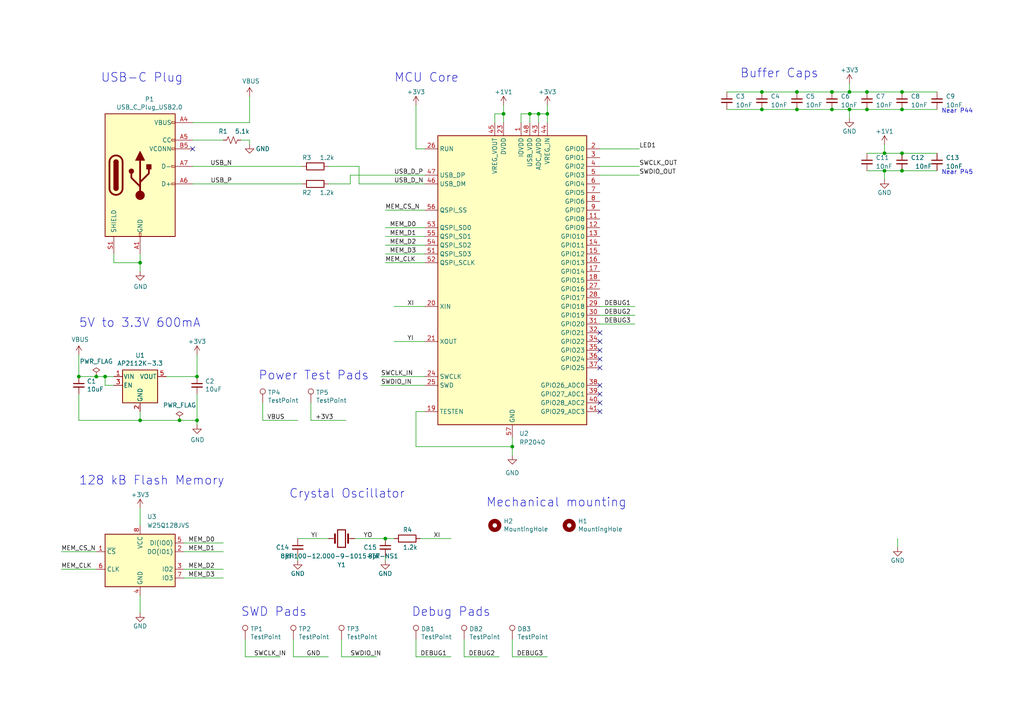
<source format=kicad_sch>
(kicad_sch (version 20230121) (generator eeschema)
  (paper "A4")
  (title_block (title "LoRa Expansion Card") (date "2023-03-20") (rev "V0.0.0") (company "Cony C&C") (comment 1 "This work is licensed under a Creative Commons Attribution 4.0 International License") (comment 4 "Kris Keillor"))
  (lib_symbols
    (symbol "Connector:TestPoint" (pin_numbers hide) (pin_names (offset 0.762) hide)
      (property "Reference" "TP" (at 0 6.858 0))
      (property "Value" "TestPoint" (at 0 5.08 0))
      (symbol "TestPoint_0_1"
        (circle (center 0 3.302) (radius 0.762))
      )
      (symbol "TestPoint_1_1"
        (pin passive line (at 0 0 90) (length 2.54) (name "1") (number "1"))
      )
    )
    (symbol "Connector:USB_C_Plug_USB2.0" (pin_names (offset 1.016))
      (property "Reference" "P" (at -10.16 19.05 0))
      (property "Value" "USB_C_Plug_USB2.0" (at 12.7 19.05 0))
      (symbol "USB_C_Plug_USB2.0_0_0"
        (rectangle (start -0.254 -17.78) (end 0.254 -16.764))
        (rectangle (start 10.16 -2.286) (end 9.144 -2.794))
        (rectangle (start 10.16 2.794) (end 9.144 2.286))
        (rectangle (start 10.16 7.874) (end 9.144 7.366))
        (rectangle (start 10.16 10.414) (end 9.144 9.906))
        (rectangle (start 10.16 15.494) (end 9.144 14.986))
      )
      (symbol "USB_C_Plug_USB2.0_0_1"
        (rectangle (start -10.16 17.78) (end 10.16 -17.78) (stroke (width 0.254)) (fill (type background)))
        (arc (start -8.89 -3.81) (mid -6.985 -5.7067) (end -5.08 -3.81) (stroke (width 0.508)))
        (arc (start -7.62 -3.81) (mid -6.985 -4.4423) (end -6.35 -3.81) (stroke (width 0.254)))
        (arc (start -7.62 -3.81) (mid -6.985 -4.4423) (end -6.35 -3.81) (stroke (width 0.254)) (fill (type outline)))
        (rectangle (start -7.62 -3.81) (end -6.35 3.81) (stroke (width 0.254)) (fill (type outline)))
        (arc (start -6.35 3.81) (mid -6.985 4.4423) (end -7.62 3.81) (stroke (width 0.254)))
        (arc (start -6.35 3.81) (mid -6.985 4.4423) (end -7.62 3.81) (stroke (width 0.254)) (fill (type outline)))
        (arc (start -5.08 3.81) (mid -6.985 5.7067) (end -8.89 3.81) (stroke (width 0.508)))
        (circle (center -2.54 1.143) (radius 0.635) (stroke (width 0.254)) (fill (type outline)))
        (circle (center 0 -5.842) (radius 1.27) (fill (type outline)))
        (polyline (pts (xy -8.89 -3.81) (xy -8.89 3.81)) (stroke (width 0.508)))
        (polyline (pts (xy -5.08 3.81) (xy -5.08 -3.81)) (stroke (width 0.508)))
        (polyline (pts (xy 0 -5.842) (xy 0 4.318)) (stroke (width 0.508)))
        (polyline (pts (xy 0 -3.302) (xy -2.54 -0.762) (xy -2.54 0.508)) (stroke (width 0.508)))
        (polyline (pts (xy 0 -2.032) (xy 2.54 0.508) (xy 2.54 1.778)) (stroke (width 0.508)))
        (polyline (pts (xy -1.27 4.318) (xy 0 6.858) (xy 1.27 4.318) (xy -1.27 4.318)) (stroke (width 0.254)) (fill (type outline)))
        (rectangle (start 1.905 1.778) (end 3.175 3.048) (stroke (width 0.254)) (fill (type outline)))
      )
      (symbol "USB_C_Plug_USB2.0_1_1"
        (pin passive line (at 0 -22.86 90) (length 5.08) (name "GND") (number "A1"))
        (pin passive line (at 0 -22.86 90) (length 5.08) hide (name "GND") (number "A12"))
        (pin passive line (at 15.24 15.24 180) (length 5.08) (name "VBUS") (number "A4"))
        (pin bidirectional line (at 15.24 10.16 180) (length 5.08) (name "CC") (number "A5"))
        (pin bidirectional line (at 15.24 -2.54 180) (length 5.08) (name "D+") (number "A6"))
        (pin bidirectional line (at 15.24 2.54 180) (length 5.08) (name "D-") (number "A7"))
        (pin passive line (at 15.24 15.24 180) (length 5.08) hide (name "VBUS") (number "A9"))
        (pin passive line (at 0 -22.86 90) (length 5.08) hide (name "GND") (number "B1"))
        (pin passive line (at 0 -22.86 90) (length 5.08) hide (name "GND") (number "B12"))
        (pin passive line (at 15.24 15.24 180) (length 5.08) hide (name "VBUS") (number "B4"))
        (pin bidirectional line (at 15.24 7.62 180) (length 5.08) (name "VCONN") (number "B5"))
        (pin passive line (at 15.24 15.24 180) (length 5.08) hide (name "VBUS") (number "B9"))
        (pin passive line (at -7.62 -22.86 90) (length 5.08) (name "SHIELD") (number "S1"))
      )
    )
    (symbol "Device:C_Small" (pin_numbers hide) (pin_names (offset 0.254) hide)
      (property "Reference" "C" (at 0.254 1.778 0))
      (property "Value" "C_Small" (at 0.254 -2.032 0))
      (symbol "C_Small_0_1"
        (polyline (pts (xy -1.524 -0.508) (xy 1.524 -0.508)) (stroke (width 0.3302)))
        (polyline (pts (xy -1.524 0.508) (xy 1.524 0.508)) (stroke (width 0.3048)))
      )
      (symbol "C_Small_1_1"
        (pin passive line (at 0 2.54 270) (length 2.032) (name "~") (number "1"))
        (pin passive line (at 0 -2.54 90) (length 2.032) (name "~") (number "2"))
      )
    )
    (symbol "Device:Crystal" (pin_numbers hide) (pin_names (offset 1.016) hide)
      (property "Reference" "Y1" (at 0 7.62 0))
      (property "Value" "RH100-12.000-9-1015-TR-NS1" (at 0 5.08 0))
      (symbol "Crystal_0_1"
        (rectangle (start -1.143 2.54) (end 1.143 -2.54) (stroke (width 0.3048)))
        (polyline (pts (xy -2.54 0) (xy -1.905 0)))
        (polyline (pts (xy -1.905 -1.27) (xy -1.905 1.27)) (stroke (width 0.508)))
        (polyline (pts (xy 1.905 -1.27) (xy 1.905 1.27)) (stroke (width 0.508)))
        (polyline (pts (xy 2.54 0) (xy 1.905 0)))
      )
      (symbol "Crystal_1_1"
        (pin passive line (at -3.81 0 0) (length 1.27) (name "1") (number "1"))
        (pin passive line (at 3.81 0 180) (length 1.27) (name "3") (number "3"))
      )
    )
    (symbol "Device:R" (pin_numbers hide) (pin_names (offset 0))
      (property "Reference" "R" (at 2.032 0 90))
      (property "Value" "R" (at 0 0 90))
      (symbol "R_0_1"
        (rectangle (start -1.016 -2.54) (end 1.016 2.54) (stroke (width 0.254)))
      )
      (symbol "R_1_1"
        (pin passive line (at 0 3.81 270) (length 1.27) (name "~") (number "1"))
        (pin passive line (at 0 -3.81 90) (length 1.27) (name "~") (number "2"))
      )
    )
    (symbol "Device:R_Small_US" (pin_numbers hide) (pin_names (offset 0.254) hide)
      (property "Reference" "R" (at 0.762 0.508 0))
      (property "Value" "R_Small_US" (at 0.762 -1.016 0))
      (symbol "R_Small_US_1_1"
        (polyline (pts (xy 0 0) (xy 1.016 -0.381) (xy 0 -0.762) (xy -1.016 -1.143) (xy 0 -1.524)))
        (polyline (pts (xy 0 1.524) (xy 1.016 1.143) (xy 0 0.762) (xy -1.016 0.381) (xy 0 0)))
        (pin passive line (at 0 2.54 270) (length 1.016) (name "~") (number "1"))
        (pin passive line (at 0 -2.54 90) (length 1.016) (name "~") (number "2"))
      )
    )
    (symbol "MCU_RaspberryPi:RP2040"
      (property "Reference" "U" (at 17.78 45.72 0))
      (property "Value" "RP2040" (at 17.78 43.18 0))
      (symbol "RP2040_0_1"
        (rectangle (start -21.59 41.91) (end 21.59 -41.91) (stroke (width 0.254)) (fill (type background)))
      )
      (symbol "RP2040_1_1"
        (pin power_in line (at 2.54 45.72 270) (length 3.81) (name "IOVDD") (number "1"))
        (pin passive line (at 2.54 45.72 270) (length 3.81) hide (name "IOVDD") (number "10"))
        (pin bidirectional line (at 25.4 17.78 180) (length 3.81) (name "GPIO8") (number "11"))
        (pin bidirectional line (at 25.4 15.24 180) (length 3.81) (name "GPIO9") (number "12"))
        (pin bidirectional line (at 25.4 12.7 180) (length 3.81) (name "GPIO10") (number "13"))
        (pin bidirectional line (at 25.4 10.16 180) (length 3.81) (name "GPIO11") (number "14"))
        (pin bidirectional line (at 25.4 7.62 180) (length 3.81) (name "GPIO12") (number "15"))
        (pin bidirectional line (at 25.4 5.08 180) (length 3.81) (name "GPIO13") (number "16"))
        (pin bidirectional line (at 25.4 2.54 180) (length 3.81) (name "GPIO14") (number "17"))
        (pin bidirectional line (at 25.4 0 180) (length 3.81) (name "GPIO15") (number "18"))
        (pin input line (at -25.4 -38.1 0) (length 3.81) (name "TESTEN") (number "19"))
        (pin bidirectional line (at 25.4 38.1 180) (length 3.81) (name "GPIO0") (number "2"))
        (pin input line (at -25.4 -7.62 0) (length 3.81) (name "XIN") (number "20"))
        (pin passive line (at -25.4 -17.78 0) (length 3.81) (name "XOUT") (number "21"))
        (pin passive line (at 2.54 45.72 270) (length 3.81) hide (name "IOVDD") (number "22"))
        (pin power_in line (at -2.54 45.72 270) (length 3.81) (name "DVDD") (number "23"))
        (pin output line (at -25.4 -27.94 0) (length 3.81) (name "SWCLK") (number "24"))
        (pin bidirectional line (at -25.4 -30.48 0) (length 3.81) (name "SWD") (number "25"))
        (pin input line (at -25.4 38.1 0) (length 3.81) (name "RUN") (number "26"))
        (pin bidirectional line (at 25.4 -2.54 180) (length 3.81) (name "GPIO16") (number "27"))
        (pin bidirectional line (at 25.4 -5.08 180) (length 3.81) (name "GPIO17") (number "28"))
        (pin bidirectional line (at 25.4 -7.62 180) (length 3.81) (name "GPIO18") (number "29"))
        (pin bidirectional line (at 25.4 35.56 180) (length 3.81) (name "GPIO1") (number "3"))
        (pin bidirectional line (at 25.4 -10.16 180) (length 3.81) (name "GPIO19") (number "30"))
        (pin bidirectional line (at 25.4 -12.7 180) (length 3.81) (name "GPIO20") (number "31"))
        (pin bidirectional line (at 25.4 -15.24 180) (length 3.81) (name "GPIO21") (number "32"))
        (pin passive line (at 2.54 45.72 270) (length 3.81) hide (name "IOVDD") (number "33"))
        (pin bidirectional line (at 25.4 -17.78 180) (length 3.81) (name "GPIO22") (number "34"))
        (pin bidirectional line (at 25.4 -20.32 180) (length 3.81) (name "GPIO23") (number "35"))
        (pin bidirectional line (at 25.4 -22.86 180) (length 3.81) (name "GPIO24") (number "36"))
        (pin bidirectional line (at 25.4 -25.4 180) (length 3.81) (name "GPIO25") (number "37"))
        (pin bidirectional line (at 25.4 -30.48 180) (length 3.81) (name "GPIO26_ADC0") (number "38"))
        (pin bidirectional line (at 25.4 -33.02 180) (length 3.81) (name "GPIO27_ADC1") (number "39"))
        (pin bidirectional line (at 25.4 33.02 180) (length 3.81) (name "GPIO2") (number "4"))
        (pin bidirectional line (at 25.4 -35.56 180) (length 3.81) (name "GPIO28_ADC2") (number "40"))
        (pin bidirectional line (at 25.4 -38.1 180) (length 3.81) (name "GPIO29_ADC3") (number "41"))
        (pin passive line (at 2.54 45.72 270) (length 3.81) hide (name "IOVDD") (number "42"))
        (pin power_in line (at 7.62 45.72 270) (length 3.81) (name "ADC_AVDD") (number "43"))
        (pin power_in line (at 10.16 45.72 270) (length 3.81) (name "VREG_IN") (number "44"))
        (pin power_out line (at -5.08 45.72 270) (length 3.81) (name "VREG_VOUT") (number "45"))
        (pin bidirectional line (at -25.4 27.94 0) (length 3.81) (name "USB_DM") (number "46"))
        (pin bidirectional line (at -25.4 30.48 0) (length 3.81) (name "USB_DP") (number "47"))
        (pin power_in line (at 5.08 45.72 270) (length 3.81) (name "USB_VDD") (number "48"))
        (pin passive line (at 2.54 45.72 270) (length 3.81) hide (name "IOVDD") (number "49"))
        (pin bidirectional line (at 25.4 30.48 180) (length 3.81) (name "GPIO3") (number "5"))
        (pin passive line (at -2.54 45.72 270) (length 3.81) hide (name "DVDD") (number "50"))
        (pin bidirectional line (at -25.4 7.62 0) (length 3.81) (name "QSPI_SD3") (number "51"))
        (pin output line (at -25.4 5.08 0) (length 3.81) (name "QSPI_SCLK") (number "52"))
        (pin bidirectional line (at -25.4 15.24 0) (length 3.81) (name "QSPI_SD0") (number "53"))
        (pin bidirectional line (at -25.4 10.16 0) (length 3.81) (name "QSPI_SD2") (number "54"))
        (pin bidirectional line (at -25.4 12.7 0) (length 3.81) (name "QSPI_SD1") (number "55"))
        (pin bidirectional line (at -25.4 20.32 0) (length 3.81) (name "QSPI_SS") (number "56"))
        (pin power_in line (at 0 -45.72 90) (length 3.81) (name "GND") (number "57"))
        (pin bidirectional line (at 25.4 27.94 180) (length 3.81) (name "GPIO4") (number "6"))
        (pin bidirectional line (at 25.4 25.4 180) (length 3.81) (name "GPIO5") (number "7"))
        (pin bidirectional line (at 25.4 22.86 180) (length 3.81) (name "GPIO6") (number "8"))
        (pin bidirectional line (at 25.4 20.32 180) (length 3.81) (name "GPIO7") (number "9"))
      )
    )
    (symbol "Mechanical:MountingHole" (pin_names (offset 1.016))
      (property "Reference" "H" (at 0 5.08 0))
      (property "Value" "MountingHole" (at 0 3.175 0))
      (symbol "MountingHole_0_1"
        (circle (center 0 0) (radius 1.27) (stroke (width 1.27)))
      )
    )
    (symbol "Memory_Flash:W25Q128JVS"
      (property "Reference" "U" (at -8.89 8.89 0))
      (property "Value" "W25Q128JVS" (at 7.62 8.89 0))
      (symbol "W25Q128JVS_0_1"
        (rectangle (start -10.16 7.62) (end 10.16 -7.62) (stroke (width 0.254)) (fill (type background)))
      )
      (symbol "W25Q128JVS_1_1"
        (pin input line (at -12.7 2.54 0) (length 2.54) (name "~{CS}") (number "1"))
        (pin bidirectional line (at 12.7 2.54 180) (length 2.54) (name "DO(IO1)") (number "2"))
        (pin bidirectional line (at 12.7 -2.54 180) (length 2.54) (name "IO2") (number "3"))
        (pin power_in line (at 0 -10.16 90) (length 2.54) (name "GND") (number "4"))
        (pin bidirectional line (at 12.7 5.08 180) (length 2.54) (name "DI(IO0)") (number "5"))
        (pin input line (at -12.7 -2.54 0) (length 2.54) (name "CLK") (number "6"))
        (pin bidirectional line (at 12.7 -5.08 180) (length 2.54) (name "IO3") (number "7"))
        (pin power_in line (at 0 10.16 270) (length 2.54) (name "VCC") (number "8"))
      )
    )
    (symbol "Regulator_Linear:AP2112K-3.3" (pin_names (offset 0.254))
      (property "Reference" "U" (at -5.08 5.715 0))
      (property "Value" "AP2112K-3.3" (at 0 5.715 0))
      (symbol "AP2112K-3.3_0_1"
        (rectangle (start -5.08 4.445) (end 5.08 -5.08) (stroke (width 0.254)) (fill (type background)))
      )
      (symbol "AP2112K-3.3_1_1"
        (pin power_in line (at -7.62 2.54 0) (length 2.54) (name "VIN") (number "1"))
        (pin power_in line (at 0 -7.62 90) (length 2.54) (name "GND") (number "2"))
        (pin input line (at -7.62 0 0) (length 2.54) (name "EN") (number "3"))
        (pin no_connect line (at 5.08 0 180) (length 2.54) hide (name "NC") (number "4"))
        (pin power_out line (at 7.62 2.54 180) (length 2.54) (name "VOUT") (number "5"))
      )
    )
    (symbol "power:+1V1" (power) (pin_names (offset 0))
      (property "Value" "+1V1" (at 0 3.556 0))
      (symbol "+1V1_0_1"
        (polyline (pts (xy -0.762 1.27) (xy 0 2.54)))
        (polyline (pts (xy 0 0) (xy 0 2.54)))
        (polyline (pts (xy 0 2.54) (xy 0.762 1.27)))
      )
      (symbol "+1V1_1_1"
        (pin power_in line (at 0 0 90) (length 0) hide (name "+1V1") (number "1"))
      )
    )
    (symbol "power:+3V3" (power) (pin_names (offset 0))
      (property "Value" "+3V3" (at 0 3.556 0))
      (symbol "+3V3_0_1"
        (polyline (pts (xy -0.762 1.27) (xy 0 2.54)))
        (polyline (pts (xy 0 0) (xy 0 2.54)))
        (polyline (pts (xy 0 2.54) (xy 0.762 1.27)))
      )
      (symbol "+3V3_1_1"
        (pin power_in line (at 0 0 90) (length 0) hide (name "+3V3") (number "1"))
      )
    )
    (symbol "power:GND" (power) (pin_names (offset 0))
      (property "Value" "GND" (at 0 -3.81 0))
      (symbol "GND_0_1"
        (polyline (pts (xy 0 0) (xy 0 -1.27) (xy 1.27 -1.27) (xy 0 -2.54) (xy -1.27 -1.27) (xy 0 -1.27)))
      )
      (symbol "GND_1_1"
        (pin power_in line (at 0 0 270) (length 0) hide (name "GND") (number "1"))
      )
    )
    (symbol "power:PWR_FLAG" (power) (pin_numbers hide) (pin_names (offset 0) hide)
      (property "Value" "PWR_FLAG" (at 0 3.81 0))
      (symbol "PWR_FLAG_0_0"
        (pin power_out line (at 0 0 90) (length 0) (name "pwr") (number "1"))
      )
      (symbol "PWR_FLAG_0_1"
        (polyline (pts (xy 0 0) (xy 0 1.27) (xy -1.016 1.905) (xy 0 2.54) (xy 1.016 1.905) (xy 0 1.27)))
      )
    )
    (symbol "power:VBUS" (power) (pin_names (offset 0))
      (property "Value" "VBUS" (at 0 3.81 0))
      (symbol "VBUS_0_1"
        (polyline (pts (xy -0.762 1.27) (xy 0 2.54)))
        (polyline (pts (xy 0 0) (xy 0 2.54)))
        (polyline (pts (xy 0 2.54) (xy 0.762 1.27)))
      )
      (symbol "VBUS_1_1"
        (pin power_in line (at 0 0 90) (length 0) hide (name "VBUS") (number "1"))
      )
    )
  )
  (junction (at 220.98 26.67))
  (junction (at 261.62 49.53))
  (junction (at 256.54 44.45))
  (junction (at 261.62 31.75))
  (junction (at 220.98 31.75))
  (junction (at 256.54 49.53))
  (junction (at 40.64 121.92))
  (junction (at 111.76 156.21))
  (junction (at 246.38 31.75))
  (junction (at 251.46 26.67))
  (junction (at 30.48 109.22))
  (junction (at 153.67 33.02))
  (junction (at 148.59 129.54))
  (junction (at 246.38 26.67))
  (junction (at 57.15 109.22))
  (junction (at 52.07 121.92))
  (junction (at 146.05 33.02))
  (junction (at 57.15 121.92))
  (junction (at 231.14 26.67))
  (junction (at 40.64 76.2))
  (junction (at 158.75 33.02))
  (junction (at 241.3 26.67))
  (junction (at 231.14 31.75))
  (junction (at 241.3 31.75))
  (junction (at 251.46 31.75))
  (junction (at 27.94 109.22))
  (junction (at 22.86 109.22))
  (junction (at 261.62 26.67))
  (junction (at 156.21 33.02))
  (junction (at 261.62 44.45))
  (no_connect (at 173.99 96.52))
  (no_connect (at 55.88 43.18))
  (no_connect (at 173.99 104.14))
  (no_connect (at 173.99 106.68))
  (no_connect (at 173.99 119.38))
  (no_connect (at 173.99 101.6))
  (no_connect (at 173.99 111.76))
  (no_connect (at 173.99 116.84))
  (no_connect (at 173.99 114.3))
  (no_connect (at 173.99 99.06))
  (wire (pts (xy 17.78 165.1) (xy 27.94 165.1)))
  (wire (pts (xy 102.87 156.21) (xy 111.76 156.21)))
  (wire (pts (xy 53.34 160.02) (xy 64.77 160.02)))
  (wire (pts (xy 151.13 33.02) (xy 153.67 33.02)))
  (wire (pts (xy 55.88 48.26) (xy 87.63 48.26)))
  (wire (pts (xy 158.75 33.02) (xy 158.75 35.56)))
  (wire (pts (xy 40.64 147.32) (xy 40.64 152.4)))
  (wire (pts (xy 251.46 49.53) (xy 256.54 49.53)))
  (wire (pts (xy 95.25 48.26) (xy 104.14 48.26)))
  (wire (pts (xy 246.38 26.67) (xy 251.46 26.67)))
  (wire (pts (xy 246.38 24.13) (xy 246.38 26.67)))
  (wire (pts (xy 22.86 102.87) (xy 22.86 109.22)))
  (wire (pts (xy 111.76 76.2) (xy 123.19 76.2)))
  (wire (pts (xy 40.64 172.72) (xy 40.64 177.8)))
  (wire (pts (xy 261.62 49.53) (xy 271.78 49.53)))
  (wire (pts (xy 220.98 31.75) (xy 231.14 31.75)))
  (wire (pts (xy 158.75 30.48) (xy 158.75 33.02)))
  (wire (pts (xy 27.94 109.22) (xy 30.48 109.22)))
  (wire (pts (xy 210.82 31.75) (xy 220.98 31.75)))
  (wire (pts (xy 72.39 35.56) (xy 72.39 27.94)))
  (wire (pts (xy 53.34 157.48) (xy 64.77 157.48)))
  (wire (pts (xy 110.49 109.22) (xy 123.19 109.22)))
  (wire (pts (xy 256.54 49.53) (xy 261.62 49.53)))
  (wire (pts (xy 30.48 111.76) (xy 30.48 109.22)))
  (wire (pts (xy 114.3 88.9) (xy 123.19 88.9)))
  (wire (pts (xy 52.07 121.92) (xy 57.15 121.92)))
  (wire (pts (xy 48.26 109.22) (xy 57.15 109.22)))
  (wire (pts (xy 69.85 40.64) (xy 72.39 40.64)))
  (wire (pts (xy 251.46 31.75) (xy 261.62 31.75)))
  (wire (pts (xy 114.3 99.06) (xy 123.19 99.06)))
  (wire (pts (xy 220.98 26.67) (xy 231.14 26.67)))
  (wire (pts (xy 148.59 129.54) (xy 148.59 132.08)))
  (wire (pts (xy 120.65 129.54) (xy 148.59 129.54)))
  (wire (pts (xy 261.62 31.75) (xy 271.78 31.75)))
  (wire (pts (xy 148.59 185.42) (xy 148.59 190.5)))
  (wire (pts (xy 153.67 33.02) (xy 153.67 35.56)))
  (wire (pts (xy 156.21 33.02) (xy 158.75 33.02)))
  (wire (pts (xy 55.88 40.64) (xy 64.77 40.64)))
  (wire (pts (xy 111.76 60.96) (xy 123.19 60.96)))
  (wire (pts (xy 55.88 35.56) (xy 72.39 35.56)))
  (wire (pts (xy 146.05 33.02) (xy 146.05 35.56)))
  (wire (pts (xy 85.09 185.42) (xy 85.09 190.5)))
  (wire (pts (xy 33.02 76.2) (xy 40.64 76.2)))
  (wire (pts (xy 57.15 114.3) (xy 57.15 121.92)))
  (wire (pts (xy 143.51 33.02) (xy 146.05 33.02)))
  (wire (pts (xy 30.48 109.22) (xy 33.02 109.22)))
  (wire (pts (xy 173.99 48.26) (xy 185.42 48.26)))
  (wire (pts (xy 261.62 44.45) (xy 271.78 44.45)))
  (wire (pts (xy 173.99 50.8) (xy 185.42 50.8)))
  (wire (pts (xy 153.67 33.02) (xy 156.21 33.02)))
  (wire (pts (xy 95.25 53.34) (xy 101.6 53.34)))
  (wire (pts (xy 246.38 31.75) (xy 251.46 31.75)))
  (wire (pts (xy 22.86 121.92) (xy 40.64 121.92)))
  (wire (pts (xy 99.06 190.5) (xy 109.22 190.5)))
  (wire (pts (xy 256.54 44.45) (xy 261.62 44.45)))
  (wire (pts (xy 123.19 43.18) (xy 120.65 43.18)))
  (wire (pts (xy 111.76 161.29) (xy 111.76 162.56)))
  (wire (pts (xy 251.46 26.67) (xy 261.62 26.67)))
  (wire (pts (xy 33.02 111.76) (xy 30.48 111.76)))
  (wire (pts (xy 256.54 41.91) (xy 256.54 44.45)))
  (wire (pts (xy 134.62 185.42) (xy 134.62 190.5)))
  (wire (pts (xy 231.14 26.67) (xy 241.3 26.67)))
  (wire (pts (xy 104.14 53.34) (xy 104.14 48.26)))
  (wire (pts (xy 111.76 68.58) (xy 123.19 68.58)))
  (wire (pts (xy 241.3 26.67) (xy 246.38 26.67)))
  (wire (pts (xy 72.39 40.64) (xy 72.39 41.91)))
  (wire (pts (xy 120.65 190.5) (xy 130.81 190.5)))
  (wire (pts (xy 57.15 102.87) (xy 57.15 109.22)))
  (wire (pts (xy 123.19 119.38) (xy 120.65 119.38)))
  (wire (pts (xy 251.46 44.45) (xy 256.54 44.45)))
  (wire (pts (xy 151.13 35.56) (xy 151.13 33.02)))
  (wire (pts (xy 241.3 31.75) (xy 246.38 31.75)))
  (wire (pts (xy 120.65 30.48) (xy 120.65 43.18)))
  (wire (pts (xy 40.64 76.2) (xy 40.64 73.66)))
  (wire (pts (xy 134.62 190.5) (xy 144.78 190.5)))
  (wire (pts (xy 120.65 119.38) (xy 120.65 129.54)))
  (wire (pts (xy 40.64 119.38) (xy 40.64 121.92)))
  (wire (pts (xy 99.06 185.42) (xy 99.06 190.5)))
  (wire (pts (xy 246.38 31.75) (xy 246.38 34.29)))
  (wire (pts (xy 123.19 53.34) (xy 104.14 53.34)))
  (wire (pts (xy 148.59 127) (xy 148.59 129.54)))
  (wire (pts (xy 231.14 31.75) (xy 241.3 31.75)))
  (wire (pts (xy 173.99 88.9) (xy 184.15 88.9)))
  (wire (pts (xy 57.15 121.92) (xy 57.15 123.19)))
  (wire (pts (xy 55.88 53.34) (xy 87.63 53.34)))
  (wire (pts (xy 86.36 156.21) (xy 95.25 156.21)))
  (wire (pts (xy 111.76 73.66) (xy 123.19 73.66)))
  (wire (pts (xy 121.92 156.21) (xy 130.81 156.21)))
  (wire (pts (xy 173.99 43.18) (xy 185.42 43.18)))
  (wire (pts (xy 33.02 73.66) (xy 33.02 76.2)))
  (wire (pts (xy 85.09 190.5) (xy 95.25 190.5)))
  (wire (pts (xy 110.49 111.76) (xy 123.19 111.76)))
  (wire (pts (xy 114.3 156.21) (xy 111.76 156.21)))
  (wire (pts (xy 22.86 114.3) (xy 22.86 121.92)))
  (wire (pts (xy 111.76 71.12) (xy 123.19 71.12)))
  (wire (pts (xy 71.12 185.42) (xy 71.12 190.5)))
  (wire (pts (xy 22.86 109.22) (xy 27.94 109.22)))
  (wire (pts (xy 173.99 93.98) (xy 184.15 93.98)))
  (wire (pts (xy 173.99 91.44) (xy 184.15 91.44)))
  (wire (pts (xy 101.6 50.8) (xy 123.19 50.8)))
  (wire (pts (xy 40.64 78.74) (xy 40.64 76.2)))
  (wire (pts (xy 71.12 190.5) (xy 81.28 190.5)))
  (wire (pts (xy 143.51 35.56) (xy 143.51 33.02)))
  (wire (pts (xy 261.62 26.67) (xy 271.78 26.67)))
  (wire (pts (xy 40.64 121.92) (xy 52.07 121.92)))
  (wire (pts (xy 111.76 66.04) (xy 123.19 66.04)))
  (wire (pts (xy 146.05 30.48) (xy 146.05 33.02)))
  (wire (pts (xy 53.34 165.1) (xy 64.77 165.1)))
  (wire (pts (xy 90.17 121.92) (xy 100.33 121.92)))
  (wire (pts (xy 76.2 121.92) (xy 86.36 121.92)))
  (wire (pts (xy 256.54 49.53) (xy 256.54 52.07)))
  (wire (pts (xy 76.2 116.84) (xy 76.2 121.92)))
  (wire (pts (xy 53.34 167.64) (xy 64.77 167.64)))
  (wire (pts (xy 120.65 185.42) (xy 120.65 190.5)))
  (wire (pts (xy 148.59 190.5) (xy 158.75 190.5)))
  (wire (pts (xy 156.21 33.02) (xy 156.21 35.56)))
  (wire (pts (xy 86.36 161.29) (xy 86.36 162.56)))
  (wire (pts (xy 210.82 26.67) (xy 220.98 26.67)))
  (wire (pts (xy 260.35 156.21) (xy 260.35 158.75)))
  (wire (pts (xy 90.17 116.84) (xy 90.17 121.92)))
  (wire (pts (xy 17.78 160.02) (xy 27.94 160.02)))
  (wire (pts (xy 101.6 53.34) (xy 101.6 50.8)))
  (text "5V to 3.3V 600mA" (at 22.86 95.25 0) (effects (font (size 2.54 2.54)) (justify left bottom)))
  (text "Debug Pads" (at 119.38 179.07 0) (effects (font (size 2.54 2.54)) (justify left bottom)))
  (text "Mechanical mounting" (at 140.97 147.32 0) (effects (font (size 2.54 2.54)) (justify left bottom)))
  (text "Buffer Caps" (at 214.63 22.86 0) (effects (font (size 2.54 2.54)) (justify left bottom)))
  (text "MCU Core" (at 114.3 24.13 0) (effects (font (size 2.54 2.54)) (justify left bottom)))
  (text "128 kB Flash Memory" (at 22.86 140.97 0) (effects (font (size 2.54 2.54)) (justify left bottom)))
  (text "USB-C Plug" (at 29.21 24.13 0) (effects (font (size 2.54 2.54)) (justify left bottom)))
  (text "Near P44" (at 273.05 33.02 0) (effects (font (size 1.27 1.27)) (justify left bottom)))
  (text "Crystal Oscillator" (at 83.82 144.78 0) (effects (font (size 2.54 2.54)) (justify left bottom)))
  (text "Power Test Pads" (at 74.93 110.49 0) (effects (font (size 2.54 2.54)) (justify left bottom)))
  (text "SWD Pads" (at 69.85 179.07 0) (effects (font (size 2.54 2.54)) (justify left bottom)))
  (text "Near P45" (at 273.05 50.8 0) (effects (font (size 1.27 1.27)) (justify left bottom)))
  (label "MEM_D2" (at 113.03 71.12 0))
  (label "MEM_D1" (at 113.03 68.58 0))
  (label "XI" (at 118.11 88.9 0))
  (label "USB_D_P" (at 114.3 50.8 0))
  (label "DEBUG3" (at 175.26 93.98 0))
  (label "YI" (at 118.11 99.06 0))
  (label "GND" (at 88.9 190.5 0))
  (label "MEM_CS_N" (at 111.76 60.96 0))
  (label "MEM_D2" (at 54.61 165.1 0))
  (label "DEBUG3" (at 149.86 190.5 0))
  (label "USB_D_N" (at 114.3 53.34 0))
  (label "VBUS" (at 77.47 121.92 0))
  (label "XI" (at 125.73 156.21 0))
  (label "LED1" (at 185.42 43.18 0))
  (label "SWCLK_IN" (at 110.49 109.22 0))
  (label "MEM_CLK" (at 17.78 165.1 0))
  (label "SWDIO_IN" (at 101.6 190.5 0))
  (label "MEM_CS_N" (at 17.78 160.02 0))
  (label "DEBUG2" (at 135.89 190.5 0))
  (label "DEBUG1" (at 121.92 190.5 0))
  (label "MEM_D1" (at 54.61 160.02 0))
  (label "DEBUG1" (at 175.26 88.9 0))
  (label "SWCLK_IN" (at 73.66 190.5 0))
  (label "SWDIO_OUT" (at 185.42 50.8 0))
  (label "SWCLK_OUT" (at 185.42 48.26 0))
  (label "DEBUG2" (at 175.26 91.44 0))
  (label "USB_N" (at 67.31 48.26 180))
  (label "USB_P" (at 67.31 53.34 180))
  (label "SWDIO_IN" (at 110.49 111.76 0))
  (label "MEM_D0" (at 54.61 157.48 0))
  (label "MEM_D0" (at 113.03 66.04 0))
  (label "MEM_CLK" (at 111.76 76.2 0))
  (label "MEM_D3" (at 113.03 73.66 0))
  (label "YO" (at 105.41 156.21 0))
  (label "YI" (at 90.17 156.21 0))
  (label "+3V3" (at 91.44 121.92 0))
  (label "MEM_D3" (at 54.61 167.64 0))
  (symbol (lib_id "Regulator_Linear:AP2112K-3.3") (at 40.64 111.76 0) (unit 1)
    (property "Reference" "U1" (at 40.64 103.0732 0))
    (property "Value" "AP2112K-3.3" (at 40.64 105.3846 0))
    (property "Footprint" "Package_TO_SOT_SMD:SOT-23-5" (effects hide))
    (property "Datasheet" "https://www.diodes.com/assets/Datasheets/AP2112.pdf" (effects hide))
  )
  (symbol (lib_id "Device:C_Small") (at 22.86 111.76 0) (unit 1)
    (property "Reference" "C1" (at 25.1968 110.5916 0) (effects (justify left)))
    (property "Value" "10uF" (at 25.1968 112.903 0) (effects (justify left)))
    (property "Footprint" "Capacitor_SMD:C_0805_2012Metric" (effects hide))
  )
  (symbol (lib_id "Device:C_Small") (at 57.15 111.76 0) (unit 1)
    (property "Reference" "C2" (at 59.4868 110.5916 0) (effects (justify left)))
    (property "Value" "10uF" (at 59.4868 112.903 0) (effects (justify left)))
    (property "Footprint" "Capacitor_SMD:C_0805_2012Metric" (effects hide))
  )
  (symbol (lib_id "power:GND") (at 57.15 123.19 0) (unit 1)
    (property "Reference" "#PWR06" (effects hide))
    (property "Value" "GND" (at 57.277 127.5842 0))
  )
  (symbol (lib_id "power:VBUS") (at 22.86 102.87 0) (unit 1)
    (property "Reference" "#PWR04" (effects hide))
    (property "Value" "VBUS" (at 23.241 98.4758 0))
  )
  (symbol (lib_id "Connector:USB_C_Plug_USB2.0") (at 40.64 50.8 0) (unit 1)
    (property "Reference" "P1" (at 43.3578 28.7782 0))
    (property "Value" "USB_C_Plug_USB2.0" (at 43.3578 31.0896 0))
    (property "Footprint" "Expansion_Card:USB_C_Plug_Molex_105444" (effects hide))
    (property "Datasheet" "https://www.usb.org/sites/default/files/documents/usb_type-c.zip" (effects hide))
  )
  (symbol (lib_id "Device:R_Small_US") (at 67.31 40.64 90) (unit 1)
    (property "Reference" "R1" (at 66.04 38.1 90) (effects (justify left)))
    (property "Value" "5.1k" (at 72.39 38.1 90) (effects (justify left)))
    (property "Footprint" "Resistor_SMD:R_0402_1005Metric" (effects hide))
  )
  (symbol (lib_id "power:GND") (at 40.64 78.74 0) (unit 1)
    (property "Reference" "#PWR01" (effects hide))
    (property "Value" "GND" (at 40.767 83.1342 0))
  )
  (symbol (lib_id "power:GND") (at 72.39 41.91 0) (unit 1)
    (property "Reference" "#PWR03" (effects hide))
    (property "Value" "GND" (at 76.2 43.18 0))
  )
  (symbol (lib_id "power:VBUS") (at 72.39 27.94 0) (unit 1)
    (property "Reference" "#PWR02" (effects hide))
    (property "Value" "VBUS" (at 72.771 23.5458 0))
  )
  (symbol (lib_id "Mechanical:MountingHole") (at 165.1 152.4 0) (unit 1)
    (property "Reference" "H1" (at 167.64 151.1554 0) (effects (justify left)))
    (property "Value" "MountingHole" (at 167.64 153.4668 0) (effects (justify left)))
    (property "Footprint" "MountingHole:MountingHole_2.2mm_M2" (effects hide))
  )
  (symbol (lib_id "Mechanical:MountingHole") (at 143.51 152.4 0) (unit 1)
    (property "Reference" "H2" (at 146.05 151.1554 0) (effects (justify left)))
    (property "Value" "MountingHole" (at 146.05 153.4668 0) (effects (justify left)))
    (property "Footprint" "MountingHole:MountingHole_2.2mm_M2" (effects hide))
  )
  (symbol (lib_id "power:PWR_FLAG") (at 27.94 109.22 0) (unit 1)
    (property "Reference" "#FLG01" (effects hide))
    (property "Value" "PWR_FLAG" (at 27.94 104.8258 0))
  )
  (symbol (lib_id "power:PWR_FLAG") (at 52.07 121.92 0) (unit 1)
    (property "Reference" "#FLG02" (effects hide))
    (property "Value" "PWR_FLAG" (at 52.07 117.5258 0))
  )
  (symbol (lib_id "Device:C_Small") (at 231.14 29.21 0) (unit 1)
    (property "Reference" "C5" (at 233.68 27.9462 0) (effects (justify left)))
    (property "Value" "10nF" (at 233.68 30.48 0) (effects (justify left)))
    (property "Footprint" "Capacitor_SMD:C_0402_1005Metric" (effects hide))
  )
  (symbol (lib_id "power:GND") (at 148.59 132.08 0) (unit 1)
    (property "Reference" "#PWR020" (effects hide))
    (property "Value" "GND" (at 148.59 137.16 0))
  )
  (symbol (lib_id "Connector:TestPoint") (at 120.65 185.42 0) (unit 1)
    (property "Reference" "DB1" (at 122.1232 182.4228 0) (effects (justify left)))
    (property "Value" "TestPoint" (at 122.1232 184.7342 0) (effects (justify left)))
    (property "Footprint" "KKicadLib:TestPoint_Pad_1.5x1.5mm_THT" (effects hide))
  )
  (symbol (lib_id "Connector:TestPoint") (at 85.09 185.42 0) (unit 1)
    (property "Reference" "TP2" (at 86.5632 182.4228 0) (effects (justify left)))
    (property "Value" "TestPoint" (at 86.5632 184.7342 0) (effects (justify left)))
    (property "Footprint" "KKicadLib:TestPoint_Pad_1.5x1.5mm_THT" (effects hide))
  )
  (symbol (lib_id "Connector:TestPoint") (at 71.12 185.42 0) (unit 1)
    (property "Reference" "TP1" (at 72.5932 182.4228 0) (effects (justify left)))
    (property "Value" "TestPoint" (at 72.5932 184.7342 0) (effects (justify left)))
    (property "Footprint" "KKicadLib:TestPoint_Pad_1.5x1.5mm_THT" (effects hide))
  )
  (symbol (lib_id "power:+3V3") (at 57.15 102.87 0) (unit 1)
    (property "Reference" "#PWR0103" (effects hide))
    (property "Value" "+3V3" (at 57.15 99.06 0))
  )
  (symbol (lib_id "Connector:TestPoint") (at 90.17 116.84 0) (unit 1)
    (property "Reference" "TP5" (at 91.6432 113.8428 0) (effects (justify left)))
    (property "Value" "TestPoint" (at 91.6432 116.1542 0) (effects (justify left)))
    (property "Footprint" "KKicadLib:TestPoint_Pad_1.5x1.5mm_THT" (effects hide))
  )
  (symbol (lib_id "power:GND") (at 111.76 162.56 0) (unit 1)
    (property "Reference" "#PWR024" (effects hide))
    (property "Value" "GND" (at 111.76 166.37 0))
  )
  (symbol (lib_id "power:GND") (at 260.35 158.75 0) (unit 1)
    (property "Reference" "#PWR025" (effects hide))
    (property "Value" "GND" (at 260.35 162.56 0))
  )
  (symbol (lib_id "Device:C_Small") (at 86.36 158.75 0) (unit 1)
    (property "Reference" "C14" (at 80.01 158.75 0) (effects (justify left)))
    (property "Value" "8pF" (at 81.28 161.29 0) (effects (justify left)))
    (property "Footprint" "Capacitor_SMD:C_0402_1005Metric" (effects hide))
  )
  (symbol (lib_id "Device:R") (at 91.44 48.26 270) (unit 1)
    (property "Reference" "R3" (at 87.63 45.72 90) (effects (justify left)))
    (property "Value" "1.2k" (at 92.71 45.72 90) (effects (justify left)))
    (property "Footprint" "Resistor_SMD:R_0402_1005Metric" (effects hide))
  )
  (symbol (lib_id "Memory_Flash:W25Q128JVS") (at 40.64 162.56 0) (unit 1)
    (property "Reference" "U3" (at 42.6594 149.86 0) (effects (justify left)))
    (property "Value" "W25Q128JVS" (at 42.6594 152.4 0) (effects (justify left)))
    (property "Footprint" "Package_SON:WSON-8-1EP_6x5mm_P1.27mm_EP3.4x4mm" (effects hide))
    (property "Datasheet" "http://www.winbond.com/resource-files/w25q128jv_dtr%20revc%2003272018%20plus.pdf" (effects hide))
  )
  (symbol (lib_id "Device:C_Small") (at 210.82 29.21 0) (unit 1)
    (property "Reference" "C3" (at 213.36 27.9462 0) (effects (justify left)))
    (property "Value" "10nF" (at 213.36 30.4862 0) (effects (justify left)))
    (property "Footprint" "Capacitor_SMD:C_0402_1005Metric" (effects hide))
  )
  (symbol (lib_id "power:GND") (at 256.54 52.07 0) (unit 1)
    (property "Reference" "#PWR011" (effects hide))
    (property "Value" "GND" (at 256.54 55.88 0))
  )
  (symbol (lib_id "power:GND") (at 40.64 177.8 0) (unit 1)
    (property "Reference" "#PWR026" (effects hide))
    (property "Value" "GND" (at 40.64 181.61 0))
  )
  (symbol (lib_id "Connector:TestPoint") (at 148.59 185.42 0) (unit 1)
    (property "Reference" "DB3" (at 150.0632 182.4228 0) (effects (justify left)))
    (property "Value" "TestPoint" (at 150.0632 184.7342 0) (effects (justify left)))
    (property "Footprint" "KKicadLib:TestPoint_Pad_1.5x1.5mm_THT" (effects hide))
  )
  (symbol (lib_id "Connector:TestPoint") (at 99.06 185.42 0) (unit 1)
    (property "Reference" "TP3" (at 100.5332 182.4228 0) (effects (justify left)))
    (property "Value" "TestPoint" (at 100.5332 184.7342 0) (effects (justify left)))
    (property "Footprint" "KKicadLib:TestPoint_Pad_1.5x1.5mm_THT" (effects hide))
  )
  (symbol (lib_id "Device:R") (at 118.11 156.21 270) (unit 1)
    (property "Reference" "R4" (at 116.84 153.67 90) (effects (justify left)))
    (property "Value" "1.2k" (at 116.84 158.75 90) (effects (justify left)))
    (property "Footprint" "Resistor_SMD:R_0402_1005Metric" (effects hide))
  )
  (symbol (lib_id "Device:C_Small") (at 220.98 29.21 0) (unit 1)
    (property "Reference" "C4" (at 223.52 27.9462 0) (effects (justify left)))
    (property "Value" "10nF" (at 223.52 30.4862 0) (effects (justify left)))
    (property "Footprint" "Capacitor_SMD:C_0402_1005Metric" (effects hide))
  )
  (symbol (lib_id "power:+3V3") (at 120.65 30.48 0) (unit 1)
    (property "Reference" "#PWR0102" (effects hide))
    (property "Value" "+3V3" (at 120.65 26.67 0))
  )
  (symbol (lib_id "Device:C_Small") (at 261.62 29.21 0) (unit 1)
    (property "Reference" "C8" (at 264.16 27.9462 0) (effects (justify left)))
    (property "Value" "10nF" (at 264.16 30.4862 0) (effects (justify left)))
    (property "Footprint" "Capacitor_SMD:C_0402_1005Metric" (effects hide))
  )
  (symbol (lib_id "MCU_RaspberryPi:RP2040") (at 148.59 81.28 0) (unit 1)
    (property "Reference" "U2" (at 150.6094 125.73 0) (effects (justify left)))
    (property "Value" "RP2040" (at 150.6094 128.27 0) (effects (justify left)))
    (property "Footprint" "Package_DFN_QFN:QFN-56-1EP_7x7mm_P0.4mm_EP3.2x3.2mm" (effects hide))
    (property "Datasheet" "https://datasheets.raspberrypi.com/rp2040/rp2040-datasheet.pdf" (effects hide))
  )
  (symbol (lib_id "Device:C_Small") (at 251.46 29.21 0) (unit 1)
    (property "Reference" "C7" (at 254 27.9462 0) (effects (justify left)))
    (property "Value" "10nF" (at 254 30.4862 0) (effects (justify left)))
    (property "Footprint" "Capacitor_SMD:C_0402_1005Metric" (effects hide))
  )
  (symbol (lib_id "power:+3V3") (at 40.64 147.32 0) (unit 1)
    (property "Reference" "#PWR022" (effects hide))
    (property "Value" "+3V3" (at 40.64 143.51 0))
  )
  (symbol (lib_id "Device:C_Small") (at 271.78 46.99 0) (unit 1)
    (property "Reference" "C13" (at 274.32 45.7262 0) (effects (justify left)))
    (property "Value" "10nF" (at 274.32 48.2662 0) (effects (justify left)))
    (property "Footprint" "Capacitor_SMD:C_0402_1005Metric" (effects hide))
  )
  (symbol (lib_id "power:GND") (at 86.36 162.56 0) (unit 1)
    (property "Reference" "#PWR023" (effects hide))
    (property "Value" "GND" (at 86.36 166.37 0))
  )
  (symbol (lib_id "Device:Crystal") (at 99.06 156.21 180) (unit 1)
    (property "Reference" "Y1" (at 99.06 163.83 0))
    (property "Value" "RH100-12.000-9-1015-TR-NS1" (at 99.06 161.29 0))
    (property "Footprint" "KKicadLib:4-SMD_3.2mm-x-2.5mm" (effects hide))
    (property "Datasheet" "https://www.raltron.com/webproducts/specs/CRYSTAL/RH100-12.000-9-1015-TR-NS1.pdf" (effects hide))
  )
  (symbol (lib_id "power:GND") (at 246.38 34.29 0) (unit 1)
    (property "Reference" "#PWR09" (effects hide))
    (property "Value" "GND" (at 246.38 38.1 0))
  )
  (symbol (lib_id "power:+3V3") (at 246.38 24.13 0) (unit 1)
    (property "Reference" "#PWR07" (effects hide))
    (property "Value" "+3V3" (at 246.38 20.32 0))
  )
  (symbol (lib_id "Device:C_Small") (at 251.46 46.99 0) (unit 1)
    (property "Reference" "C11" (at 254 45.7262 0) (effects (justify left)))
    (property "Value" "10nF" (at 254 48.2662 0) (effects (justify left)))
    (property "Footprint" "Capacitor_SMD:C_0402_1005Metric" (effects hide))
  )
  (symbol (lib_id "power:+1V1") (at 256.54 41.91 0) (unit 1)
    (property "Reference" "#PWR010" (effects hide))
    (property "Value" "+1V1" (at 256.54 38.1 0))
  )
  (symbol (lib_id "power:+1V1") (at 146.05 30.48 0) (unit 1)
    (property "Reference" "#PWR0101" (effects hide))
    (property "Value" "+1V1" (at 146.05 26.67 0))
  )
  (symbol (lib_id "power:+3V3") (at 158.75 30.48 0) (unit 1)
    (property "Reference" "#PWR08" (effects hide))
    (property "Value" "+3V3" (at 158.75 26.67 0))
  )
  (symbol (lib_id "Device:C_Small") (at 241.3 29.21 0) (unit 1)
    (property "Reference" "C6" (at 243.84 27.9462 0) (effects (justify left)))
    (property "Value" "10nF" (at 243.84 30.4862 0) (effects (justify left)))
    (property "Footprint" "Capacitor_SMD:C_0402_1005Metric" (effects hide))
  )
  (symbol (lib_id "Device:C_Small") (at 111.76 158.75 0) (unit 1)
    (property "Reference" "C15" (at 105.41 158.75 0) (effects (justify left)))
    (property "Value" "8pF" (at 106.68 161.29 0) (effects (justify left)))
    (property "Footprint" "Capacitor_SMD:C_0402_1005Metric" (effects hide))
  )
  (symbol (lib_id "Device:C_Small") (at 271.78 29.21 0) (unit 1)
    (property "Reference" "C9" (at 274.32 27.9462 0) (effects (justify left)))
    (property "Value" "10nF" (at 274.32 30.4862 0) (effects (justify left)))
    (property "Footprint" "Capacitor_SMD:C_0402_1005Metric" (effects hide))
  )
  (symbol (lib_id "Connector:TestPoint") (at 134.62 185.42 0) (unit 1)
    (property "Reference" "DB2" (at 136.0932 182.4228 0) (effects (justify left)))
    (property "Value" "TestPoint" (at 136.0932 184.7342 0) (effects (justify left)))
    (property "Footprint" "KKicadLib:TestPoint_Pad_1.5x1.5mm_THT" (effects hide))
  )
  (symbol (lib_id "Device:C_Small") (at 261.62 46.99 0) (unit 1)
    (property "Reference" "C12" (at 264.16 45.7262 0) (effects (justify left)))
    (property "Value" "10nF" (at 265.43 48.2662 0) (effects (justify left)))
    (property "Footprint" "Capacitor_SMD:C_0402_1005Metric" (effects hide))
  )
  (symbol (lib_id "Connector:TestPoint") (at 76.2 116.84 0) (unit 1)
    (property "Reference" "TP4" (at 77.6732 113.8428 0) (effects (justify left)))
    (property "Value" "TestPoint" (at 77.6732 116.1542 0) (effects (justify left)))
    (property "Footprint" "KKicadLib:TestPoint_Pad_1.5x1.5mm_THT" (effects hide))
  )
  (symbol (lib_id "Device:R") (at 91.44 53.34 270) (unit 1)
    (property "Reference" "R2" (at 87.63 55.88 90) (effects (justify left)))
    (property "Value" "1.2k" (at 92.71 55.88 90) (effects (justify left)))
    (property "Footprint" "Resistor_SMD:R_0402_1005Metric" (effects hide))
  )
)
</source>
